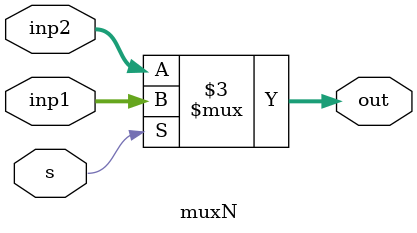
<source format=sv>
`timescale 1ns / 1ps


module muxN(
    input logic s,
    input logic [7:0] inp1,
    input logic [7:0] inp2,
    output logic [7:0] out
    );
    always_comb 
        if( s) 
            out = inp1;
        else 
            out = inp2;
endmodule

</source>
